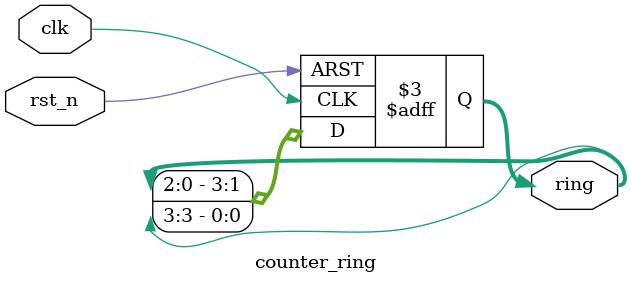
<source format=sv>
module counter_ring #(parameter DEPTH=4) (
    input clk, rst_n,
    output reg [DEPTH-1:0] ring
);
always @(posedge clk or negedge rst_n) begin
    if (!rst_n) ring <= {1'b1, {DEPTH-1{1'b0}}};
    else ring <= {ring[DEPTH-2:0], ring[DEPTH-1]};
end
endmodule
</source>
